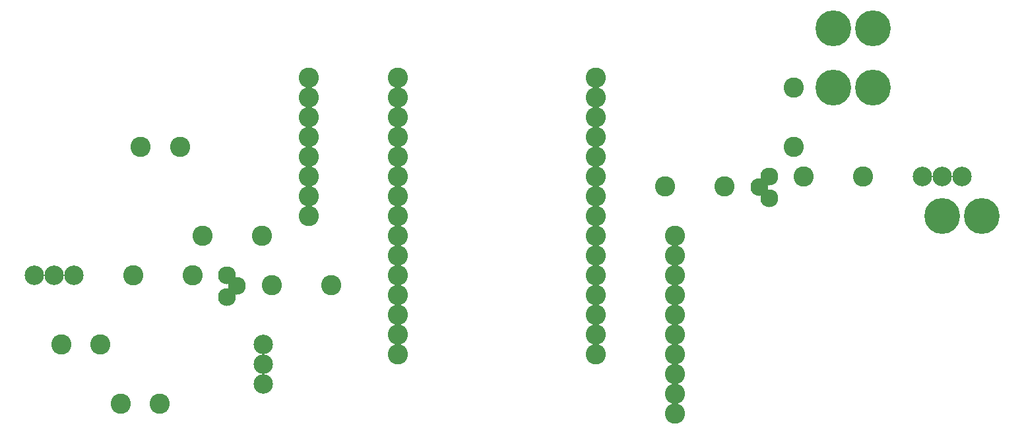
<source format=gbr>
%FSLAX34Y34*%
%MOMM*%
%LNSOLDERMASK_BOTTOM*%
G71*
G01*
%ADD10C, 2.60*%
%ADD11C, 4.60*%
%ADD12C, 2.30*%
%ADD13C, 2.60*%
%ADD14C, 2.50*%
%LPD*%
X825500Y774700D02*
G54D10*
D03*
X825500Y749300D02*
G54D10*
D03*
X825500Y723900D02*
G54D10*
D03*
X825500Y698500D02*
G54D10*
D03*
X825500Y673100D02*
G54D10*
D03*
X825500Y647700D02*
G54D10*
D03*
X825500Y622300D02*
G54D10*
D03*
X825500Y596900D02*
G54D10*
D03*
X825500Y571500D02*
G54D10*
D03*
X825500Y546100D02*
G54D10*
D03*
X825500Y520700D02*
G54D10*
D03*
X825500Y495300D02*
G54D10*
D03*
X825500Y469900D02*
G54D10*
D03*
X825500Y444500D02*
G54D10*
D03*
X825500Y419100D02*
G54D10*
D03*
X571500Y774700D02*
G54D10*
D03*
X571500Y749300D02*
G54D10*
D03*
X571500Y723900D02*
G54D10*
D03*
X571500Y698500D02*
G54D10*
D03*
X571500Y673100D02*
G54D10*
D03*
X571500Y647700D02*
G54D10*
D03*
X571500Y622300D02*
G54D10*
D03*
X571500Y596900D02*
G54D10*
D03*
X571500Y571500D02*
G54D10*
D03*
X571500Y546100D02*
G54D10*
D03*
X571500Y520700D02*
G54D10*
D03*
X571500Y495300D02*
G54D10*
D03*
X571500Y469900D02*
G54D10*
D03*
X571500Y444500D02*
G54D10*
D03*
X571500Y419100D02*
G54D10*
D03*
X1130300Y838200D02*
G54D11*
D03*
X1181100Y838200D02*
G54D11*
D03*
X1130300Y762000D02*
G54D11*
D03*
X1181100Y762000D02*
G54D11*
D03*
X1048165Y647700D02*
G54D12*
D03*
X1035465Y633700D02*
G54D12*
D03*
X1048165Y619700D02*
G54D12*
D03*
X1092200Y647700D02*
G54D13*
D03*
X1168400Y647700D02*
G54D13*
D03*
X914400Y635000D02*
G54D13*
D03*
X990600Y635000D02*
G54D13*
D03*
X1079500Y762000D02*
G54D13*
D03*
X1079500Y685800D02*
G54D13*
D03*
X1244600Y647700D02*
G54D14*
D03*
X1270000Y647700D02*
G54D14*
D03*
X1295400Y647700D02*
G54D14*
D03*
X1270000Y596900D02*
G54D11*
D03*
X1320800Y596900D02*
G54D11*
D03*
X457200Y774700D02*
G54D10*
D03*
X457200Y749300D02*
G54D10*
D03*
X457200Y673100D02*
G54D10*
D03*
X457200Y647700D02*
G54D10*
D03*
X351705Y520700D02*
G54D12*
D03*
X364405Y506700D02*
G54D12*
D03*
X351705Y492700D02*
G54D12*
D03*
X307670Y520700D02*
G54D13*
D03*
X231470Y520700D02*
G54D13*
D03*
X485470Y508000D02*
G54D13*
D03*
X409270Y508000D02*
G54D13*
D03*
X396570Y571500D02*
G54D13*
D03*
X320370Y571500D02*
G54D13*
D03*
X155270Y520700D02*
G54D14*
D03*
X129870Y520700D02*
G54D14*
D03*
X104470Y520700D02*
G54D14*
D03*
X457200Y622300D02*
G54D10*
D03*
X457200Y596900D02*
G54D10*
D03*
X457200Y723900D02*
G54D10*
D03*
X292100Y685800D02*
G54D10*
D03*
X241300Y685800D02*
G54D10*
D03*
X457200Y698500D02*
G54D10*
D03*
X398800Y431800D02*
G54D14*
D03*
X398800Y406400D02*
G54D14*
D03*
X398800Y381000D02*
G54D14*
D03*
X265900Y355600D02*
G54D13*
D03*
X215900Y355600D02*
G54D13*
D03*
X189700Y431800D02*
G54D13*
D03*
X139700Y431800D02*
G54D13*
D03*
X927100Y571500D02*
G54D10*
D03*
X927100Y546100D02*
G54D10*
D03*
X927100Y520700D02*
G54D10*
D03*
X927100Y495300D02*
G54D10*
D03*
X927100Y469900D02*
G54D10*
D03*
X927100Y444500D02*
G54D10*
D03*
X927100Y419100D02*
G54D10*
D03*
X927100Y393700D02*
G54D10*
D03*
X927100Y368300D02*
G54D10*
D03*
X927100Y342900D02*
G54D10*
D03*
M02*

</source>
